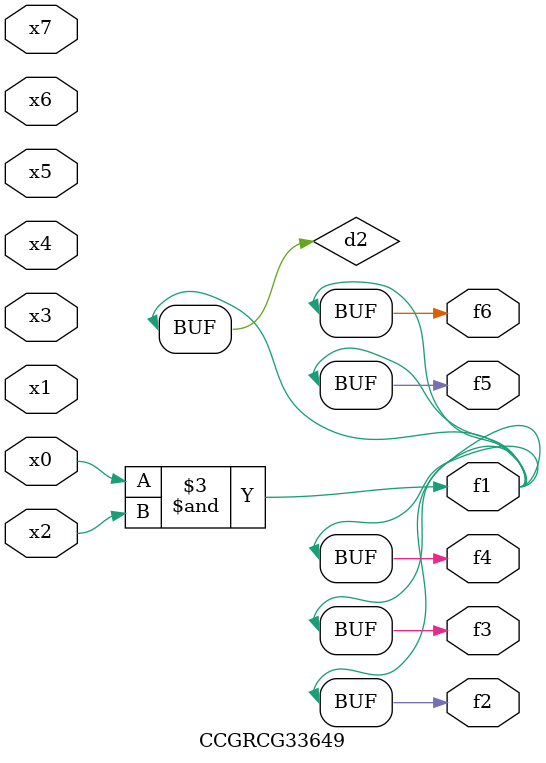
<source format=v>
module CCGRCG33649(
	input x0, x1, x2, x3, x4, x5, x6, x7,
	output f1, f2, f3, f4, f5, f6
);

	wire d1, d2;

	nor (d1, x3, x6);
	and (d2, x0, x2);
	assign f1 = d2;
	assign f2 = d2;
	assign f3 = d2;
	assign f4 = d2;
	assign f5 = d2;
	assign f6 = d2;
endmodule

</source>
